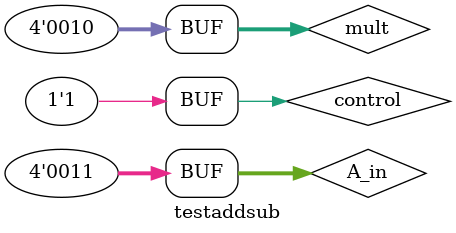
<source format=sv>
`timescale 1ns/1ps

module testaddsub();

logic clock;
logic control;

logic [3:0] mult, A_in, A_out;

parameter Add = 1'b0 , Sub = 1'b1;


AddSub adder (
    .control (control),
    .clock (clock),
    .mult (mult),
    .A_in (A_in),
    .A_out (A_out)
);

initial begin
    A_in = 3;
    mult = 2;
    control = Add;

    #5 control = Sub;
end

endmodule
</source>
